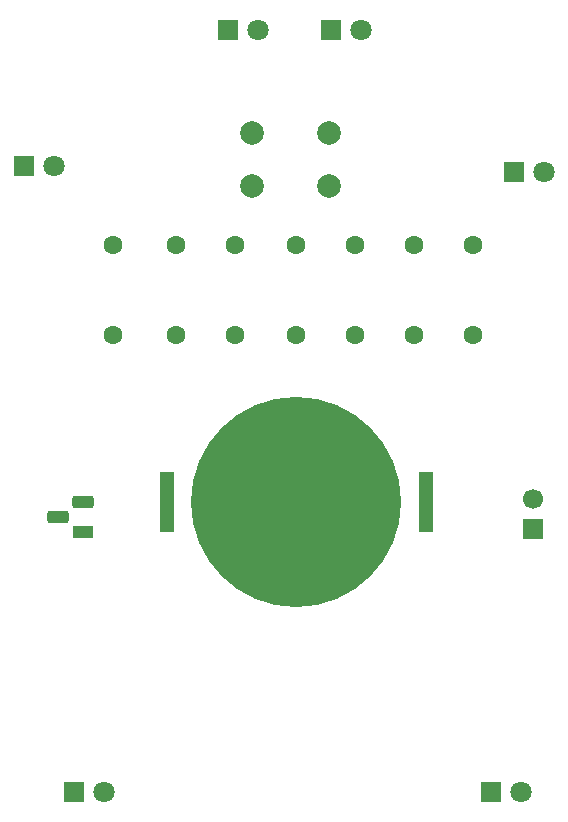
<source format=gbs>
G04 #@! TF.GenerationSoftware,KiCad,Pcbnew,9.0.2*
G04 #@! TF.CreationDate,2025-06-21T22:02:28+02:00*
G04 #@! TF.ProjectId,Keychain,4b657963-6861-4696-9e2e-6b696361645f,rev?*
G04 #@! TF.SameCoordinates,Original*
G04 #@! TF.FileFunction,Soldermask,Bot*
G04 #@! TF.FilePolarity,Negative*
%FSLAX46Y46*%
G04 Gerber Fmt 4.6, Leading zero omitted, Abs format (unit mm)*
G04 Created by KiCad (PCBNEW 9.0.2) date 2025-06-21 22:02:28*
%MOMM*%
%LPD*%
G01*
G04 APERTURE LIST*
G04 Aperture macros list*
%AMRoundRect*
0 Rectangle with rounded corners*
0 $1 Rounding radius*
0 $2 $3 $4 $5 $6 $7 $8 $9 X,Y pos of 4 corners*
0 Add a 4 corners polygon primitive as box body*
4,1,4,$2,$3,$4,$5,$6,$7,$8,$9,$2,$3,0*
0 Add four circle primitives for the rounded corners*
1,1,$1+$1,$2,$3*
1,1,$1+$1,$4,$5*
1,1,$1+$1,$6,$7*
1,1,$1+$1,$8,$9*
0 Add four rect primitives between the rounded corners*
20,1,$1+$1,$2,$3,$4,$5,0*
20,1,$1+$1,$4,$5,$6,$7,0*
20,1,$1+$1,$6,$7,$8,$9,0*
20,1,$1+$1,$8,$9,$2,$3,0*%
G04 Aperture macros list end*
%ADD10C,1.600000*%
%ADD11R,1.800000X1.800000*%
%ADD12C,1.800000*%
%ADD13R,1.700000X1.700000*%
%ADD14C,1.700000*%
%ADD15R,1.800000X1.100000*%
%ADD16RoundRect,0.275000X0.625000X-0.275000X0.625000X0.275000X-0.625000X0.275000X-0.625000X-0.275000X0*%
%ADD17C,2.000000*%
%ADD18R,1.270000X5.080000*%
%ADD19C,17.800000*%
G04 APERTURE END LIST*
D10*
G04 #@! TO.C,4.7 k \u03A9*
X153000000Y-91690000D03*
X153000000Y-99310000D03*
G04 #@! TD*
G04 #@! TO.C,220 \u03A9*
X158350000Y-91690000D03*
X158350000Y-99310000D03*
G04 #@! TD*
D11*
G04 #@! TO.C,D2*
X171460000Y-73500000D03*
D12*
X174000000Y-73500000D03*
G04 #@! TD*
D11*
G04 #@! TO.C,LED*
X145460000Y-85000000D03*
D12*
X148000000Y-85000000D03*
G04 #@! TD*
D10*
G04 #@! TO.C,220 \u03A9*
X183500000Y-91690000D03*
X183500000Y-99310000D03*
G04 #@! TD*
G04 #@! TO.C,220 \u03A9*
X178500000Y-91690000D03*
X178500000Y-99310000D03*
G04 #@! TD*
D13*
G04 #@! TO.C,Motor*
X188500000Y-115775000D03*
D14*
X188500000Y-113235000D03*
G04 #@! TD*
D11*
G04 #@! TO.C,LED*
X149645000Y-138000000D03*
D12*
X152185000Y-138000000D03*
G04 #@! TD*
D15*
G04 #@! TO.C,NPN*
X150400000Y-116040000D03*
D16*
X148330000Y-114770000D03*
X150400000Y-113500000D03*
G04 #@! TD*
D11*
G04 #@! TO.C,D1*
X162725000Y-73500000D03*
D12*
X165265000Y-73500000D03*
G04 #@! TD*
D17*
G04 #@! TO.C,BUTTON*
X164750000Y-82250000D03*
X171250000Y-82250000D03*
X164750000Y-86750000D03*
X171250000Y-86750000D03*
G04 #@! TD*
D10*
G04 #@! TO.C,220 \u03A9*
X163300000Y-91690000D03*
X163300000Y-99310000D03*
G04 #@! TD*
D11*
G04 #@! TO.C,LED*
X186960000Y-85500000D03*
D12*
X189500000Y-85500000D03*
G04 #@! TD*
D10*
G04 #@! TO.C,220 \u03A9*
X173500000Y-91690000D03*
X173500000Y-99310000D03*
G04 #@! TD*
G04 #@! TO.C,220 \u03A9*
X168500000Y-91690000D03*
X168500000Y-99310000D03*
G04 #@! TD*
D11*
G04 #@! TO.C,LED*
X184960000Y-138000000D03*
D12*
X187500000Y-138000000D03*
G04 #@! TD*
D18*
G04 #@! TO.C,Battery Mount (CR2032)*
X179485000Y-113500000D03*
X157515000Y-113500000D03*
D19*
X168500000Y-113500000D03*
G04 #@! TD*
M02*

</source>
